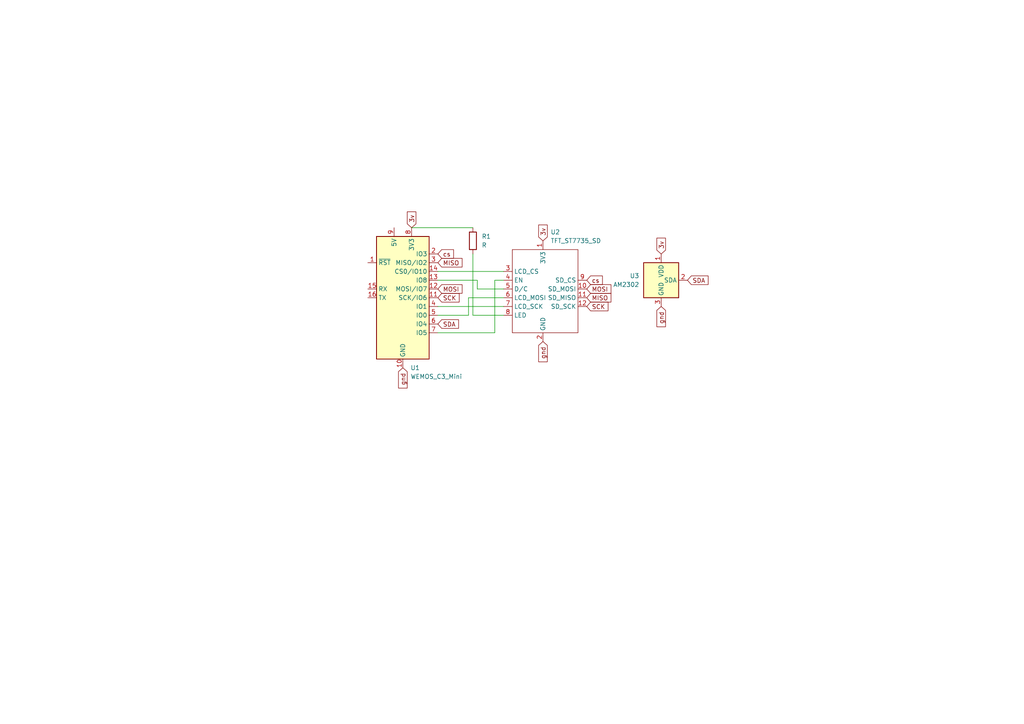
<source format=kicad_sch>
(kicad_sch
	(version 20241209)
	(generator "eeschema")
	(generator_version "9.0")
	(uuid "b0a64d6e-2ad8-43f9-be0b-50feaff4839b")
	(paper "A4")
	(lib_symbols
		(symbol "Device:R"
			(pin_numbers
				(hide yes)
			)
			(pin_names
				(offset 0)
			)
			(exclude_from_sim no)
			(in_bom yes)
			(on_board yes)
			(property "Reference" "R"
				(at 2.032 0 90)
				(effects
					(font
						(size 1.27 1.27)
					)
				)
			)
			(property "Value" "R"
				(at 0 0 90)
				(effects
					(font
						(size 1.27 1.27)
					)
				)
			)
			(property "Footprint" ""
				(at -1.778 0 90)
				(effects
					(font
						(size 1.27 1.27)
					)
					(hide yes)
				)
			)
			(property "Datasheet" "~"
				(at 0 0 0)
				(effects
					(font
						(size 1.27 1.27)
					)
					(hide yes)
				)
			)
			(property "Description" "Resistor"
				(at 0 0 0)
				(effects
					(font
						(size 1.27 1.27)
					)
					(hide yes)
				)
			)
			(property "ki_keywords" "R res resistor"
				(at 0 0 0)
				(effects
					(font
						(size 1.27 1.27)
					)
					(hide yes)
				)
			)
			(property "ki_fp_filters" "R_*"
				(at 0 0 0)
				(effects
					(font
						(size 1.27 1.27)
					)
					(hide yes)
				)
			)
			(symbol "R_0_1"
				(rectangle
					(start -1.016 -2.54)
					(end 1.016 2.54)
					(stroke
						(width 0.254)
						(type default)
					)
					(fill
						(type none)
					)
				)
			)
			(symbol "R_1_1"
				(pin passive line
					(at 0 3.81 270)
					(length 1.27)
					(name "~"
						(effects
							(font
								(size 1.27 1.27)
							)
						)
					)
					(number "1"
						(effects
							(font
								(size 1.27 1.27)
							)
						)
					)
				)
				(pin passive line
					(at 0 -3.81 90)
					(length 1.27)
					(name "~"
						(effects
							(font
								(size 1.27 1.27)
							)
						)
					)
					(number "2"
						(effects
							(font
								(size 1.27 1.27)
							)
						)
					)
				)
			)
			(embedded_fonts no)
		)
		(symbol "Sensor:AM2302"
			(exclude_from_sim no)
			(in_bom yes)
			(on_board yes)
			(property "Reference" "U"
				(at -3.81 6.35 0)
				(effects
					(font
						(size 1.27 1.27)
					)
				)
			)
			(property "Value" "AM2302"
				(at 3.81 6.35 0)
				(effects
					(font
						(size 1.27 1.27)
					)
				)
			)
			(property "Footprint" "Sensor:ASAIR_AM2302_P2.54mm_Vertical"
				(at 0 -10.16 0)
				(effects
					(font
						(size 1.27 1.27)
					)
					(hide yes)
				)
			)
			(property "Datasheet" "http://akizukidenshi.com/download/ds/aosong/AM2302.pdf"
				(at 3.81 6.35 0)
				(effects
					(font
						(size 1.27 1.27)
					)
					(hide yes)
				)
			)
			(property "Description" "3.3 to 5.0V, Temperature and humidity module,  DHT22, AM2302"
				(at 0 0 0)
				(effects
					(font
						(size 1.27 1.27)
					)
					(hide yes)
				)
			)
			(property "ki_keywords" "digital sensor"
				(at 0 0 0)
				(effects
					(font
						(size 1.27 1.27)
					)
					(hide yes)
				)
			)
			(property "ki_fp_filters" "ASAIR*AM2302*P2.54mm*"
				(at 0 0 0)
				(effects
					(font
						(size 1.27 1.27)
					)
					(hide yes)
				)
			)
			(symbol "AM2302_0_1"
				(rectangle
					(start -5.08 5.08)
					(end 5.08 -5.08)
					(stroke
						(width 0.254)
						(type default)
					)
					(fill
						(type background)
					)
				)
			)
			(symbol "AM2302_1_1"
				(pin power_in line
					(at 0 7.62 270)
					(length 2.54)
					(name "VDD"
						(effects
							(font
								(size 1.27 1.27)
							)
						)
					)
					(number "1"
						(effects
							(font
								(size 1.27 1.27)
							)
						)
					)
				)
				(pin power_in line
					(at 0 -7.62 90)
					(length 2.54)
					(name "GND"
						(effects
							(font
								(size 1.27 1.27)
							)
						)
					)
					(number "3"
						(effects
							(font
								(size 1.27 1.27)
							)
						)
					)
				)
				(pin passive line
					(at 0 -7.62 90)
					(length 2.54)
					(hide yes)
					(name "GND"
						(effects
							(font
								(size 1.27 1.27)
							)
						)
					)
					(number "4"
						(effects
							(font
								(size 1.27 1.27)
							)
						)
					)
				)
				(pin bidirectional line
					(at 7.62 0 180)
					(length 2.54)
					(name "SDA"
						(effects
							(font
								(size 1.27 1.27)
							)
						)
					)
					(number "2"
						(effects
							(font
								(size 1.27 1.27)
							)
						)
					)
				)
			)
			(embedded_fonts no)
		)
		(symbol "asylum-weather:TFT_ST7735_SD"
			(exclude_from_sim no)
			(in_bom yes)
			(on_board yes)
			(property "Reference" "U"
				(at 6.858 -15.748 0)
				(effects
					(font
						(size 1.27 1.27)
					)
				)
			)
			(property "Value" "TFT_ST7735_SD"
				(at 13.462 -18.288 0)
				(effects
					(font
						(size 1.27 1.27)
					)
				)
			)
			(property "Footprint" "asylum-weather:TFT_ST7735_SD"
				(at 0 0 0)
				(effects
					(font
						(size 1.27 1.27)
					)
					(hide yes)
				)
			)
			(property "Datasheet" ""
				(at 0 0 0)
				(effects
					(font
						(size 1.27 1.27)
					)
					(hide yes)
				)
			)
			(property "Description" ""
				(at 0 0 0)
				(effects
					(font
						(size 1.27 1.27)
					)
					(hide yes)
				)
			)
			(symbol "TFT_ST7735_SD_0_1"
				(rectangle
					(start -5.08 10.16)
					(end 13.97 -13.97)
					(stroke
						(width 0)
						(type default)
					)
					(fill
						(type none)
					)
				)
			)
			(symbol "TFT_ST7735_SD_1_1"
				(pin input line
					(at -7.62 3.81 0)
					(length 2.54)
					(name "LCD_CS"
						(effects
							(font
								(size 1.27 1.27)
							)
						)
					)
					(number "3"
						(effects
							(font
								(size 1.27 1.27)
							)
						)
					)
				)
				(pin input line
					(at -7.62 1.27 0)
					(length 2.54)
					(name "EN"
						(effects
							(font
								(size 1.27 1.27)
							)
						)
					)
					(number "4"
						(effects
							(font
								(size 1.27 1.27)
							)
						)
					)
				)
				(pin input line
					(at -7.62 -1.27 0)
					(length 2.54)
					(name "D/C"
						(effects
							(font
								(size 1.27 1.27)
							)
						)
					)
					(number "5"
						(effects
							(font
								(size 1.27 1.27)
							)
						)
					)
				)
				(pin input line
					(at -7.62 -3.81 0)
					(length 2.54)
					(name "LCD_MOSI"
						(effects
							(font
								(size 1.27 1.27)
							)
						)
					)
					(number "6"
						(effects
							(font
								(size 1.27 1.27)
							)
						)
					)
				)
				(pin input line
					(at -7.62 -6.35 0)
					(length 2.54)
					(name "LCD_SCK"
						(effects
							(font
								(size 1.27 1.27)
							)
						)
					)
					(number "7"
						(effects
							(font
								(size 1.27 1.27)
							)
						)
					)
				)
				(pin power_in line
					(at -7.62 -8.89 0)
					(length 2.54)
					(name "LED"
						(effects
							(font
								(size 1.27 1.27)
							)
						)
					)
					(number "8"
						(effects
							(font
								(size 1.27 1.27)
							)
						)
					)
				)
				(pin power_in line
					(at 3.81 12.7 270)
					(length 2.54)
					(name "3V3"
						(effects
							(font
								(size 1.27 1.27)
							)
						)
					)
					(number "1"
						(effects
							(font
								(size 1.27 1.27)
							)
						)
					)
				)
				(pin power_in line
					(at 3.81 -16.51 90)
					(length 2.54)
					(name "GND"
						(effects
							(font
								(size 1.27 1.27)
							)
						)
					)
					(number "2"
						(effects
							(font
								(size 1.27 1.27)
							)
						)
					)
				)
				(pin input line
					(at 16.51 1.27 180)
					(length 2.54)
					(name "SD_CS"
						(effects
							(font
								(size 1.27 1.27)
							)
						)
					)
					(number "9"
						(effects
							(font
								(size 1.27 1.27)
							)
						)
					)
				)
				(pin input line
					(at 16.51 -1.27 180)
					(length 2.54)
					(name "SD_MOSI"
						(effects
							(font
								(size 1.27 1.27)
							)
						)
					)
					(number "10"
						(effects
							(font
								(size 1.27 1.27)
							)
						)
					)
				)
				(pin output line
					(at 16.51 -3.81 180)
					(length 2.54)
					(name "SD_MISO"
						(effects
							(font
								(size 1.27 1.27)
							)
						)
					)
					(number "11"
						(effects
							(font
								(size 1.27 1.27)
							)
						)
					)
				)
				(pin input line
					(at 16.51 -6.35 180)
					(length 2.54)
					(name "SD_SCK"
						(effects
							(font
								(size 1.27 1.27)
							)
						)
					)
					(number "12"
						(effects
							(font
								(size 1.27 1.27)
							)
						)
					)
				)
			)
			(embedded_fonts no)
		)
		(symbol "wemos_c3_mini:WEMOS_C3_mini"
			(exclude_from_sim no)
			(in_bom yes)
			(on_board yes)
			(property "Reference" "U1"
				(at 2.1941 -20.32 0)
				(effects
					(font
						(size 1.27 1.27)
					)
					(justify left)
				)
			)
			(property "Value" "WEMOS_C3_Mini"
				(at 2.1941 -22.86 0)
				(effects
					(font
						(size 1.27 1.27)
					)
					(justify left)
				)
			)
			(property "Footprint" "Module:WEMOS_D1_mini_light"
				(at 0 -29.21 0)
				(effects
					(font
						(size 1.27 1.27)
					)
					(hide yes)
				)
			)
			(property "Datasheet" "https://wiki.wemos.cc/products:d1:d1_mini#documentation"
				(at -46.99 -29.21 0)
				(effects
					(font
						(size 1.27 1.27)
					)
					(hide yes)
				)
			)
			(property "Description" "32-bit microcontroller module with WiFi"
				(at 0 0 0)
				(effects
					(font
						(size 1.27 1.27)
					)
					(hide yes)
				)
			)
			(property "ki_keywords" "ESP8266 WiFi microcontroller ESP8266EX"
				(at 0 0 0)
				(effects
					(font
						(size 1.27 1.27)
					)
					(hide yes)
				)
			)
			(property "ki_fp_filters" "WEMOS*D1*mini*"
				(at 0 0 0)
				(effects
					(font
						(size 1.27 1.27)
					)
					(hide yes)
				)
			)
			(symbol "WEMOS_C3_mini_1_1"
				(rectangle
					(start -7.62 17.78)
					(end 7.62 -17.78)
					(stroke
						(width 0.254)
						(type default)
					)
					(fill
						(type background)
					)
				)
				(pin input line
					(at -10.16 10.16 0)
					(length 2.54)
					(name "~{RST}"
						(effects
							(font
								(size 1.27 1.27)
							)
						)
					)
					(number "1"
						(effects
							(font
								(size 1.27 1.27)
							)
						)
					)
				)
				(pin input line
					(at -10.16 2.54 0)
					(length 2.54)
					(name "RX"
						(effects
							(font
								(size 1.27 1.27)
							)
						)
					)
					(number "15"
						(effects
							(font
								(size 1.27 1.27)
							)
						)
					)
				)
				(pin output line
					(at -10.16 0 0)
					(length 2.54)
					(name "TX"
						(effects
							(font
								(size 1.27 1.27)
							)
						)
					)
					(number "16"
						(effects
							(font
								(size 1.27 1.27)
							)
						)
					)
				)
				(pin power_in line
					(at -2.54 20.32 270)
					(length 2.54)
					(name "5V"
						(effects
							(font
								(size 1.27 1.27)
							)
						)
					)
					(number "9"
						(effects
							(font
								(size 1.27 1.27)
							)
						)
					)
				)
				(pin power_in line
					(at 0 -20.32 90)
					(length 2.54)
					(name "GND"
						(effects
							(font
								(size 1.27 1.27)
							)
						)
					)
					(number "10"
						(effects
							(font
								(size 1.27 1.27)
							)
						)
					)
				)
				(pin power_out line
					(at 2.54 20.32 270)
					(length 2.54)
					(name "3V3"
						(effects
							(font
								(size 1.27 1.27)
							)
						)
					)
					(number "8"
						(effects
							(font
								(size 1.27 1.27)
							)
						)
					)
				)
				(pin input line
					(at 10.16 12.7 180)
					(length 2.54)
					(name "IO3"
						(effects
							(font
								(size 1.27 1.27)
							)
						)
					)
					(number "2"
						(effects
							(font
								(size 1.27 1.27)
							)
						)
					)
				)
				(pin bidirectional line
					(at 10.16 10.16 180)
					(length 2.54)
					(name "MISO/IO2"
						(effects
							(font
								(size 1.27 1.27)
							)
						)
					)
					(number "3"
						(effects
							(font
								(size 1.27 1.27)
							)
						)
					)
				)
				(pin bidirectional line
					(at 10.16 7.62 180)
					(length 2.54)
					(name "CS0/IO10"
						(effects
							(font
								(size 1.27 1.27)
							)
						)
					)
					(number "14"
						(effects
							(font
								(size 1.27 1.27)
							)
						)
					)
				)
				(pin bidirectional line
					(at 10.16 5.08 180)
					(length 2.54)
					(name "IO8"
						(effects
							(font
								(size 1.27 1.27)
							)
						)
					)
					(number "13"
						(effects
							(font
								(size 1.27 1.27)
							)
						)
					)
				)
				(pin bidirectional line
					(at 10.16 2.54 180)
					(length 2.54)
					(name "MOSI/IO7"
						(effects
							(font
								(size 1.27 1.27)
							)
						)
					)
					(number "12"
						(effects
							(font
								(size 1.27 1.27)
							)
						)
					)
				)
				(pin bidirectional line
					(at 10.16 0 180)
					(length 2.54)
					(name "SCK/IO6"
						(effects
							(font
								(size 1.27 1.27)
							)
						)
					)
					(number "11"
						(effects
							(font
								(size 1.27 1.27)
							)
						)
					)
				)
				(pin bidirectional line
					(at 10.16 -2.54 180)
					(length 2.54)
					(name "IO1"
						(effects
							(font
								(size 1.27 1.27)
							)
						)
					)
					(number "4"
						(effects
							(font
								(size 1.27 1.27)
							)
						)
					)
				)
				(pin bidirectional line
					(at 10.16 -5.08 180)
					(length 2.54)
					(name "IO0"
						(effects
							(font
								(size 1.27 1.27)
							)
						)
					)
					(number "5"
						(effects
							(font
								(size 1.27 1.27)
							)
						)
					)
				)
				(pin bidirectional line
					(at 10.16 -7.62 180)
					(length 2.54)
					(name "IO4"
						(effects
							(font
								(size 1.27 1.27)
							)
						)
					)
					(number "6"
						(effects
							(font
								(size 1.27 1.27)
							)
						)
					)
				)
				(pin bidirectional line
					(at 10.16 -10.16 180)
					(length 2.54)
					(name "IO5"
						(effects
							(font
								(size 1.27 1.27)
							)
						)
					)
					(number "7"
						(effects
							(font
								(size 1.27 1.27)
							)
						)
					)
				)
			)
			(embedded_fonts no)
		)
	)
	(wire
		(pts
			(xy 127 91.44) (xy 135.89 91.44)
		)
		(stroke
			(width 0)
			(type default)
		)
		(uuid "06831549-16ee-4cd7-971c-e4d4cd6d702b")
	)
	(wire
		(pts
			(xy 143.51 96.52) (xy 143.51 81.28)
		)
		(stroke
			(width 0)
			(type default)
		)
		(uuid "1df0a688-ff08-41ba-a31e-97b3d0b48f45")
	)
	(wire
		(pts
			(xy 138.43 83.82) (xy 146.05 83.82)
		)
		(stroke
			(width 0)
			(type default)
		)
		(uuid "208078aa-0f4e-46be-9390-28b64bd690b7")
	)
	(wire
		(pts
			(xy 137.16 73.66) (xy 137.16 91.44)
		)
		(stroke
			(width 0)
			(type default)
		)
		(uuid "2d5ac8a8-d1e1-4c3d-b692-bd94f4a880a3")
	)
	(wire
		(pts
			(xy 135.89 86.36) (xy 146.05 86.36)
		)
		(stroke
			(width 0)
			(type default)
		)
		(uuid "2f999d59-b5a6-4579-81d1-59103008afab")
	)
	(wire
		(pts
			(xy 143.51 81.28) (xy 146.05 81.28)
		)
		(stroke
			(width 0)
			(type default)
		)
		(uuid "3cc26440-a76d-48d5-b17b-db0671624341")
	)
	(wire
		(pts
			(xy 127 96.52) (xy 143.51 96.52)
		)
		(stroke
			(width 0)
			(type default)
		)
		(uuid "403b2b32-c2f1-4356-8723-9d72879c9947")
	)
	(wire
		(pts
			(xy 119.38 66.04) (xy 137.16 66.04)
		)
		(stroke
			(width 0)
			(type default)
		)
		(uuid "45868179-3a87-4c43-a9a5-02b7dccf2610")
	)
	(wire
		(pts
			(xy 138.43 81.28) (xy 138.43 83.82)
		)
		(stroke
			(width 0)
			(type default)
		)
		(uuid "67af76e0-b4dc-4e1f-b99b-83da2b987eee")
	)
	(wire
		(pts
			(xy 127 78.74) (xy 146.05 78.74)
		)
		(stroke
			(width 0)
			(type default)
		)
		(uuid "a0fa44aa-4bb0-48d8-b6bb-a54fdbba86b0")
	)
	(wire
		(pts
			(xy 127 81.28) (xy 138.43 81.28)
		)
		(stroke
			(width 0)
			(type default)
		)
		(uuid "a84b89e2-904c-465f-84b5-6ca599fe7e2e")
	)
	(wire
		(pts
			(xy 135.89 91.44) (xy 135.89 86.36)
		)
		(stroke
			(width 0)
			(type default)
		)
		(uuid "abef940e-6ea8-426b-afdd-ef5d915d9093")
	)
	(wire
		(pts
			(xy 137.16 91.44) (xy 146.05 91.44)
		)
		(stroke
			(width 0)
			(type default)
		)
		(uuid "b2559557-5091-48c3-bb27-ab839c1628c1")
	)
	(wire
		(pts
			(xy 127 88.9) (xy 146.05 88.9)
		)
		(stroke
			(width 0)
			(type default)
		)
		(uuid "eb5f2371-1815-49e0-9970-8eb188c68a2b")
	)
	(global_label "SDA"
		(shape input)
		(at 127 93.98 0)
		(fields_autoplaced yes)
		(effects
			(font
				(size 1.27 1.27)
			)
			(justify left)
		)
		(uuid "03ac088d-7a91-4d26-a84c-08a3ea07df9d")
		(property "Intersheetrefs" "${INTERSHEET_REFS}"
			(at 133.5533 93.98 0)
			(effects
				(font
					(size 1.27 1.27)
				)
				(justify left)
				(hide yes)
			)
		)
	)
	(global_label "MISO"
		(shape input)
		(at 170.18 86.36 0)
		(fields_autoplaced yes)
		(effects
			(font
				(size 1.27 1.27)
			)
			(justify left)
		)
		(uuid "1315590c-9e04-47c9-bcd6-d1f59c630d54")
		(property "Intersheetrefs" "${INTERSHEET_REFS}"
			(at 177.7614 86.36 0)
			(effects
				(font
					(size 1.27 1.27)
				)
				(justify left)
				(hide yes)
			)
		)
	)
	(global_label "3v"
		(shape input)
		(at 119.38 66.04 90)
		(fields_autoplaced yes)
		(effects
			(font
				(size 1.27 1.27)
			)
			(justify left)
		)
		(uuid "20eabfa8-5b23-4635-ab04-c46ea24ec58d")
		(property "Intersheetrefs" "${INTERSHEET_REFS}"
			(at 119.38 60.8777 90)
			(effects
				(font
					(size 1.27 1.27)
				)
				(justify left)
				(hide yes)
			)
		)
	)
	(global_label "3v"
		(shape input)
		(at 157.48 69.85 90)
		(fields_autoplaced yes)
		(effects
			(font
				(size 1.27 1.27)
			)
			(justify left)
		)
		(uuid "2fa971b2-0b7d-4397-9c53-17222db2add1")
		(property "Intersheetrefs" "${INTERSHEET_REFS}"
			(at 157.48 64.6877 90)
			(effects
				(font
					(size 1.27 1.27)
				)
				(justify left)
				(hide yes)
			)
		)
	)
	(global_label "MISO"
		(shape input)
		(at 127 76.2 0)
		(fields_autoplaced yes)
		(effects
			(font
				(size 1.27 1.27)
			)
			(justify left)
		)
		(uuid "3d87e540-d102-4829-9daa-3738d43e153a")
		(property "Intersheetrefs" "${INTERSHEET_REFS}"
			(at 134.5814 76.2 0)
			(effects
				(font
					(size 1.27 1.27)
				)
				(justify left)
				(hide yes)
			)
		)
	)
	(global_label "gnd"
		(shape input)
		(at 191.77 88.9 270)
		(fields_autoplaced yes)
		(effects
			(font
				(size 1.27 1.27)
			)
			(justify right)
		)
		(uuid "40742227-b89b-4edb-9212-76caa9e80857")
		(property "Intersheetrefs" "${INTERSHEET_REFS}"
			(at 191.77 95.3322 90)
			(effects
				(font
					(size 1.27 1.27)
				)
				(justify right)
				(hide yes)
			)
		)
	)
	(global_label "MOSI"
		(shape input)
		(at 127 83.82 0)
		(fields_autoplaced yes)
		(effects
			(font
				(size 1.27 1.27)
			)
			(justify left)
		)
		(uuid "68e22525-8905-4451-891b-ee26d21b644a")
		(property "Intersheetrefs" "${INTERSHEET_REFS}"
			(at 134.5814 83.82 0)
			(effects
				(font
					(size 1.27 1.27)
				)
				(justify left)
				(hide yes)
			)
		)
	)
	(global_label "gnd"
		(shape input)
		(at 157.48 99.06 270)
		(fields_autoplaced yes)
		(effects
			(font
				(size 1.27 1.27)
			)
			(justify right)
		)
		(uuid "70aa2921-08a9-4b26-9647-b95824d05e77")
		(property "Intersheetrefs" "${INTERSHEET_REFS}"
			(at 157.48 105.4922 90)
			(effects
				(font
					(size 1.27 1.27)
				)
				(justify right)
				(hide yes)
			)
		)
	)
	(global_label "cs"
		(shape input)
		(at 127 73.66 0)
		(fields_autoplaced yes)
		(effects
			(font
				(size 1.27 1.27)
			)
			(justify left)
		)
		(uuid "8a3844e7-53da-461b-bcab-b07630fdb339")
		(property "Intersheetrefs" "${INTERSHEET_REFS}"
			(at 132.1019 73.66 0)
			(effects
				(font
					(size 1.27 1.27)
				)
				(justify left)
				(hide yes)
			)
		)
	)
	(global_label "gnd"
		(shape input)
		(at 116.84 106.68 270)
		(fields_autoplaced yes)
		(effects
			(font
				(size 1.27 1.27)
			)
			(justify right)
		)
		(uuid "a77c0984-2337-461b-bb26-bd9b9e396e60")
		(property "Intersheetrefs" "${INTERSHEET_REFS}"
			(at 116.84 113.1122 90)
			(effects
				(font
					(size 1.27 1.27)
				)
				(justify right)
				(hide yes)
			)
		)
	)
	(global_label "cs"
		(shape input)
		(at 170.18 81.28 0)
		(fields_autoplaced yes)
		(effects
			(font
				(size 1.27 1.27)
			)
			(justify left)
		)
		(uuid "b39930f8-f3d4-4d94-b0e5-51b54a35d65f")
		(property "Intersheetrefs" "${INTERSHEET_REFS}"
			(at 175.2819 81.28 0)
			(effects
				(font
					(size 1.27 1.27)
				)
				(justify left)
				(hide yes)
			)
		)
	)
	(global_label "SCK"
		(shape input)
		(at 170.18 88.9 0)
		(fields_autoplaced yes)
		(effects
			(font
				(size 1.27 1.27)
			)
			(justify left)
		)
		(uuid "ba8f399e-29c3-4b69-8bfd-7b54b9cb9072")
		(property "Intersheetrefs" "${INTERSHEET_REFS}"
			(at 176.9147 88.9 0)
			(effects
				(font
					(size 1.27 1.27)
				)
				(justify left)
				(hide yes)
			)
		)
	)
	(global_label "SDA"
		(shape input)
		(at 199.39 81.28 0)
		(fields_autoplaced yes)
		(effects
			(font
				(size 1.27 1.27)
			)
			(justify left)
		)
		(uuid "c54ec38f-93bc-43b7-8cff-d3c7cabf08df")
		(property "Intersheetrefs" "${INTERSHEET_REFS}"
			(at 205.9433 81.28 0)
			(effects
				(font
					(size 1.27 1.27)
				)
				(justify left)
				(hide yes)
			)
		)
	)
	(global_label "MOSI"
		(shape input)
		(at 170.18 83.82 0)
		(fields_autoplaced yes)
		(effects
			(font
				(size 1.27 1.27)
			)
			(justify left)
		)
		(uuid "c75fef2b-1871-410b-a4ad-5ea735cbf848")
		(property "Intersheetrefs" "${INTERSHEET_REFS}"
			(at 177.7614 83.82 0)
			(effects
				(font
					(size 1.27 1.27)
				)
				(justify left)
				(hide yes)
			)
		)
	)
	(global_label "3v"
		(shape input)
		(at 191.77 73.66 90)
		(fields_autoplaced yes)
		(effects
			(font
				(size 1.27 1.27)
			)
			(justify left)
		)
		(uuid "d0cd1b5d-e570-4cf4-9053-3e05189e43bf")
		(property "Intersheetrefs" "${INTERSHEET_REFS}"
			(at 191.77 68.4977 90)
			(effects
				(font
					(size 1.27 1.27)
				)
				(justify left)
				(hide yes)
			)
		)
	)
	(global_label "SCK"
		(shape input)
		(at 127 86.36 0)
		(fields_autoplaced yes)
		(effects
			(font
				(size 1.27 1.27)
			)
			(justify left)
		)
		(uuid "ea83e461-98ec-4516-93ab-082b2cbd8a40")
		(property "Intersheetrefs" "${INTERSHEET_REFS}"
			(at 133.7347 86.36 0)
			(effects
				(font
					(size 1.27 1.27)
				)
				(justify left)
				(hide yes)
			)
		)
	)
	(symbol
		(lib_id "Device:R")
		(at 137.16 69.85 0)
		(unit 1)
		(exclude_from_sim no)
		(in_bom yes)
		(on_board yes)
		(dnp no)
		(fields_autoplaced yes)
		(uuid "72951800-b5f0-4d2e-9882-6030682a2f1c")
		(property "Reference" "R1"
			(at 139.7 68.5799 0)
			(effects
				(font
					(size 1.27 1.27)
				)
				(justify left)
			)
		)
		(property "Value" "R"
			(at 139.7 71.1199 0)
			(effects
				(font
					(size 1.27 1.27)
				)
				(justify left)
			)
		)
		(property "Footprint" "Resistor_SMD:R_0603_1608Metric"
			(at 135.382 69.85 90)
			(effects
				(font
					(size 1.27 1.27)
				)
				(hide yes)
			)
		)
		(property "Datasheet" "~"
			(at 137.16 69.85 0)
			(effects
				(font
					(size 1.27 1.27)
				)
				(hide yes)
			)
		)
		(property "Description" "Resistor"
			(at 137.16 69.85 0)
			(effects
				(font
					(size 1.27 1.27)
				)
				(hide yes)
			)
		)
		(pin "2"
			(uuid "e9b7392f-034b-4199-824e-fb48630b54bd")
		)
		(pin "1"
			(uuid "fb00674b-7f12-4619-aff4-810985c9e532")
		)
		(instances
			(project ""
				(path "/b0a64d6e-2ad8-43f9-be0b-50feaff4839b"
					(reference "R1")
					(unit 1)
				)
			)
		)
	)
	(symbol
		(lib_id "Sensor:AM2302")
		(at 191.77 81.28 0)
		(unit 1)
		(exclude_from_sim no)
		(in_bom yes)
		(on_board yes)
		(dnp no)
		(fields_autoplaced yes)
		(uuid "db7885d6-fd50-44a0-a2aa-7863d4f7c490")
		(property "Reference" "U3"
			(at 185.42 80.0099 0)
			(effects
				(font
					(size 1.27 1.27)
				)
				(justify right)
			)
		)
		(property "Value" "AM2302"
			(at 185.42 82.5499 0)
			(effects
				(font
					(size 1.27 1.27)
				)
				(justify right)
			)
		)
		(property "Footprint" "asylum-weather:DHT11"
			(at 191.77 91.44 0)
			(effects
				(font
					(size 1.27 1.27)
				)
				(hide yes)
			)
		)
		(property "Datasheet" "http://akizukidenshi.com/download/ds/aosong/AM2302.pdf"
			(at 195.58 74.93 0)
			(effects
				(font
					(size 1.27 1.27)
				)
				(hide yes)
			)
		)
		(property "Description" "3.3 to 5.0V, Temperature and humidity module,  DHT22, AM2302"
			(at 191.77 81.28 0)
			(effects
				(font
					(size 1.27 1.27)
				)
				(hide yes)
			)
		)
		(pin "3"
			(uuid "01b09796-3493-4141-9c77-c65ad6a4456d")
		)
		(pin "2"
			(uuid "e48228c1-32ed-4505-bbec-7486f83fb503")
		)
		(pin "4"
			(uuid "917ff1fd-45e3-4bc9-84e2-835049dea0a6")
		)
		(pin "1"
			(uuid "56de78f9-f9d7-49fa-82f8-670934cc35b6")
		)
		(instances
			(project ""
				(path "/b0a64d6e-2ad8-43f9-be0b-50feaff4839b"
					(reference "U3")
					(unit 1)
				)
			)
		)
	)
	(symbol
		(lib_id "asylum-weather:TFT_ST7735_SD")
		(at 153.67 82.55 0)
		(unit 1)
		(exclude_from_sim no)
		(in_bom yes)
		(on_board yes)
		(dnp no)
		(fields_autoplaced yes)
		(uuid "e95a958e-3550-476f-be76-25b643e570ca")
		(property "Reference" "U2"
			(at 159.6741 67.31 0)
			(effects
				(font
					(size 1.27 1.27)
				)
				(justify left)
			)
		)
		(property "Value" "TFT_ST7735_SD"
			(at 159.6741 69.85 0)
			(effects
				(font
					(size 1.27 1.27)
				)
				(justify left)
			)
		)
		(property "Footprint" "asylum-weather:TFT_ST7735_SD"
			(at 153.67 82.55 0)
			(effects
				(font
					(size 1.27 1.27)
				)
				(hide yes)
			)
		)
		(property "Datasheet" ""
			(at 153.67 82.55 0)
			(effects
				(font
					(size 1.27 1.27)
				)
				(hide yes)
			)
		)
		(property "Description" ""
			(at 153.67 82.55 0)
			(effects
				(font
					(size 1.27 1.27)
				)
				(hide yes)
			)
		)
		(pin "7"
			(uuid "0e7e072a-d23a-4a53-b3d9-b67a41299145")
		)
		(pin "11"
			(uuid "903e3ef6-ccdd-4579-b2de-2fb14aa9abec")
		)
		(pin "3"
			(uuid "3d6245f7-b489-4557-bc4f-6c7f77ad623f")
		)
		(pin "4"
			(uuid "83231340-0a58-448b-8cdf-a57a770f4e74")
		)
		(pin "2"
			(uuid "ea444e74-24be-4be3-bae5-7988227bac23")
		)
		(pin "9"
			(uuid "f30e62b6-241e-487b-9428-1016d93ed10a")
		)
		(pin "10"
			(uuid "7b1dfe93-9c26-433f-b47e-0629952e3aa3")
		)
		(pin "5"
			(uuid "78911dcf-3132-4766-8bc9-bad7352fe075")
		)
		(pin "12"
			(uuid "38bf9991-a59f-4d32-a03b-d36f8bcc5983")
		)
		(pin "1"
			(uuid "0fc8122a-108c-4164-8283-87ab0c42f0a5")
		)
		(pin "6"
			(uuid "d00199fd-1dd2-4eed-9aae-4f3cc31667fa")
		)
		(pin "8"
			(uuid "c8638d79-f20b-4e22-af24-0b53a503082f")
		)
		(instances
			(project ""
				(path "/b0a64d6e-2ad8-43f9-be0b-50feaff4839b"
					(reference "U2")
					(unit 1)
				)
			)
		)
	)
	(symbol
		(lib_id "wemos_c3_mini:WEMOS_C3_mini")
		(at 116.84 86.36 0)
		(unit 1)
		(exclude_from_sim no)
		(in_bom yes)
		(on_board yes)
		(dnp no)
		(fields_autoplaced yes)
		(uuid "eb7b75ba-22fe-4b38-972d-3f1eca46aa3e")
		(property "Reference" "U1"
			(at 119.0341 106.68 0)
			(effects
				(font
					(size 1.27 1.27)
				)
				(justify left)
			)
		)
		(property "Value" "WEMOS_C3_Mini"
			(at 119.0341 109.22 0)
			(effects
				(font
					(size 1.27 1.27)
				)
				(justify left)
			)
		)
		(property "Footprint" "asylum-weather:WEMOS_C3_mini"
			(at 116.84 115.57 0)
			(effects
				(font
					(size 1.27 1.27)
				)
				(hide yes)
			)
		)
		(property "Datasheet" "https://wiki.wemos.cc/products:d1:d1_mini#documentation"
			(at 69.85 115.57 0)
			(effects
				(font
					(size 1.27 1.27)
				)
				(hide yes)
			)
		)
		(property "Description" "32-bit microcontroller module with WiFi"
			(at 116.84 86.36 0)
			(effects
				(font
					(size 1.27 1.27)
				)
				(hide yes)
			)
		)
		(pin "6"
			(uuid "689497c7-d767-46fa-b9d5-75c4a2a3cf1f")
		)
		(pin "8"
			(uuid "b193ea7a-093d-4266-8387-07534ecc7f2c")
		)
		(pin "7"
			(uuid "ce9a9e0e-797a-4c37-bcff-63c65d6dbe80")
		)
		(pin "9"
			(uuid "2444c3a7-00f3-44fb-8735-b0bc194ca9f3")
		)
		(pin "4"
			(uuid "f9885927-3f18-4d69-a960-8fb6ecff3475")
		)
		(pin "2"
			(uuid "209a3d4f-f254-4332-8696-5d814817cfc6")
		)
		(pin "14"
			(uuid "c2036b48-21a2-41eb-a8ba-2ecbb74222d1")
		)
		(pin "13"
			(uuid "6ca97200-9004-4422-b320-0c1d59bf8e1b")
		)
		(pin "5"
			(uuid "f6341d23-8c2b-46eb-b3ac-fbf8860b459d")
		)
		(pin "11"
			(uuid "2b393cba-0588-49f9-ac67-56de83e86b51")
		)
		(pin "1"
			(uuid "71da12cd-1696-4a98-83e9-e09f4469aa72")
		)
		(pin "15"
			(uuid "d687b749-d7a4-4bca-b4c0-c06e83940231")
		)
		(pin "16"
			(uuid "9483263f-4600-4e13-8c79-58ff0de725dc")
		)
		(pin "3"
			(uuid "19237611-9f3f-4105-880e-68d0237fb1b8")
		)
		(pin "12"
			(uuid "3013903b-1c1f-4a7d-ae44-4a6c45bed2ca")
		)
		(pin "10"
			(uuid "764d1de2-010b-468b-b1f2-b2b6df0d0e7e")
		)
		(instances
			(project ""
				(path "/b0a64d6e-2ad8-43f9-be0b-50feaff4839b"
					(reference "U1")
					(unit 1)
				)
			)
		)
	)
	(sheet_instances
		(path "/"
			(page "1")
		)
	)
	(embedded_fonts no)
)

</source>
